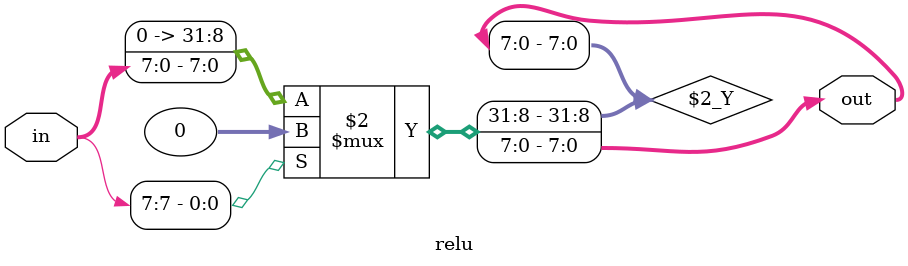
<source format=v>

module relu #(parameter I_WIDTH = 8, O_WIDTH = 8)
             (input  [I_WIDTH-1:0] in,
              output [O_WIDTH-1:0] out);

assign out = in[I_WIDTH-1] ? 0 : in;

endmodule

</source>
